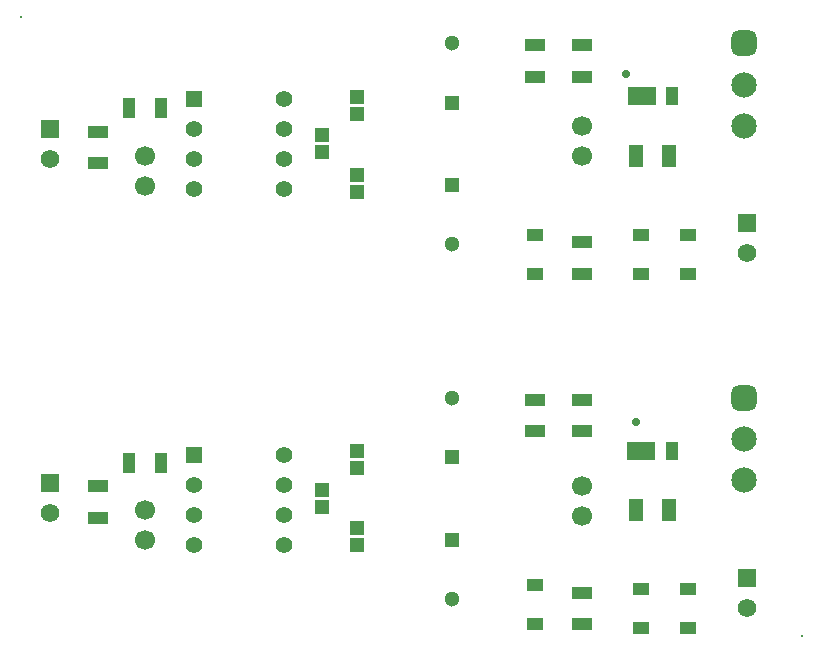
<source format=gts>
G04*
G04 #@! TF.GenerationSoftware,Altium Limited,Altium Designer,23.1.1 (15)*
G04*
G04 Layer_Color=8388736*
%FSLAX42Y42*%
%MOMM*%
G71*
G04*
G04 #@! TF.SameCoordinates,2A6C1220-FB5B-44CC-9D41-84C089C77491*
G04*
G04*
G04 #@! TF.FilePolarity,Negative*
G04*
G01*
G75*
%ADD23R,1.30X1.85*%
%ADD24R,1.25X1.15*%
%ADD25R,1.75X1.10*%
%ADD26R,1.10X1.75*%
%ADD27R,1.42X1.11*%
%ADD28R,1.10X1.60*%
%ADD29R,2.40X1.60*%
%ADD30C,0.20*%
%ADD31R,1.40X1.40*%
%ADD32C,1.40*%
%ADD33R,1.57X1.57*%
%ADD34R,1.30X1.30*%
%ADD35C,1.30*%
%ADD36C,2.15*%
G04:AMPARAMS|DCode=37|XSize=2.15mm|YSize=2.15mm|CornerRadius=0.59mm|HoleSize=0mm|Usage=FLASHONLY|Rotation=270.000|XOffset=0mm|YOffset=0mm|HoleType=Round|Shape=RoundedRectangle|*
%AMROUNDEDRECTD37*
21,1,2.15,0.98,0,0,270.0*
21,1,0.98,2.15,0,0,270.0*
1,1,1.18,-0.49,-0.49*
1,1,1.18,-0.49,0.49*
1,1,1.18,0.49,0.49*
1,1,1.18,0.49,-0.49*
%
%ADD37ROUNDEDRECTD37*%
%ADD38C,1.70*%
%ADD39C,1.57*%
%ADD40C,0.70*%
D23*
X5742Y1300D02*
D03*
X5457D02*
D03*
X5742Y4300D02*
D03*
X5457D02*
D03*
D24*
X3100Y4800D02*
D03*
Y4655D02*
D03*
X2800Y4473D02*
D03*
Y4327D02*
D03*
X3100Y1800D02*
D03*
Y1655D02*
D03*
X2800Y1473D02*
D03*
Y1327D02*
D03*
X3100Y1000D02*
D03*
Y1145D02*
D03*
X3100Y3991D02*
D03*
Y4136D02*
D03*
D25*
X900Y4500D02*
D03*
Y4235D02*
D03*
Y1500D02*
D03*
Y1235D02*
D03*
X5000Y3565D02*
D03*
Y3300D02*
D03*
Y5233D02*
D03*
Y4968D02*
D03*
X4600Y5233D02*
D03*
Y4967D02*
D03*
X5000Y335D02*
D03*
Y600D02*
D03*
X4600Y1967D02*
D03*
Y2233D02*
D03*
X5000Y1968D02*
D03*
Y2233D02*
D03*
D26*
X1168Y4700D02*
D03*
X1433D02*
D03*
X1168Y1700D02*
D03*
X1433D02*
D03*
D27*
X4600Y3627D02*
D03*
Y3300D02*
D03*
X5500Y300D02*
D03*
Y627D02*
D03*
X5900D02*
D03*
Y300D02*
D03*
X4600Y337D02*
D03*
Y664D02*
D03*
X5900Y3627D02*
D03*
Y3300D02*
D03*
X5500D02*
D03*
Y3627D02*
D03*
D28*
X5761Y4804D02*
D03*
X5760Y1800D02*
D03*
D29*
X5506Y4804D02*
D03*
X5505Y1800D02*
D03*
D30*
X250Y5475D02*
D03*
X6868Y231D02*
D03*
D31*
X1715Y1764D02*
D03*
X1719Y4781D02*
D03*
D32*
X1715Y1510D02*
D03*
Y1256D02*
D03*
Y1002D02*
D03*
X2477D02*
D03*
Y1256D02*
D03*
Y1510D02*
D03*
Y1764D02*
D03*
X2481Y4781D02*
D03*
Y4527D02*
D03*
Y4273D02*
D03*
Y4019D02*
D03*
X1719D02*
D03*
Y4273D02*
D03*
Y4527D02*
D03*
D33*
X500D02*
D03*
Y1527D02*
D03*
X6400Y727D02*
D03*
X6400Y3727D02*
D03*
D34*
X3900Y4050D02*
D03*
Y4750D02*
D03*
X3900Y1750D02*
D03*
Y1050D02*
D03*
D35*
X3900Y5250D02*
D03*
X3900Y2250D02*
D03*
Y550D02*
D03*
X3900Y3550D02*
D03*
D36*
X6370Y1550D02*
D03*
Y1900D02*
D03*
X6370Y4550D02*
D03*
Y4900D02*
D03*
D37*
X6370Y2250D02*
D03*
X6370Y5250D02*
D03*
D38*
X5000Y1246D02*
D03*
Y1500D02*
D03*
X1300Y1046D02*
D03*
Y1300D02*
D03*
X5000Y4300D02*
D03*
Y4554D02*
D03*
X1300Y4046D02*
D03*
Y4300D02*
D03*
D39*
X6400Y473D02*
D03*
X500Y1273D02*
D03*
Y4273D02*
D03*
X6400Y3473D02*
D03*
D40*
X5457Y2047D02*
D03*
X5375Y4988D02*
D03*
M02*

</source>
